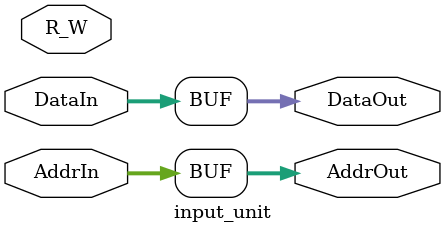
<source format=v>
module input_unit (
    input [7:0] DataIn,
    input [3:0] AddrIn,
    input R_W,
    output reg [7:0] DataOut,
    output [3:0] AddrOut
);
    assign AddrOut = AddrIn;
    
    always @(R_W) begin
        DataOut <= DataIn;

    end
    
endmodule
</source>
